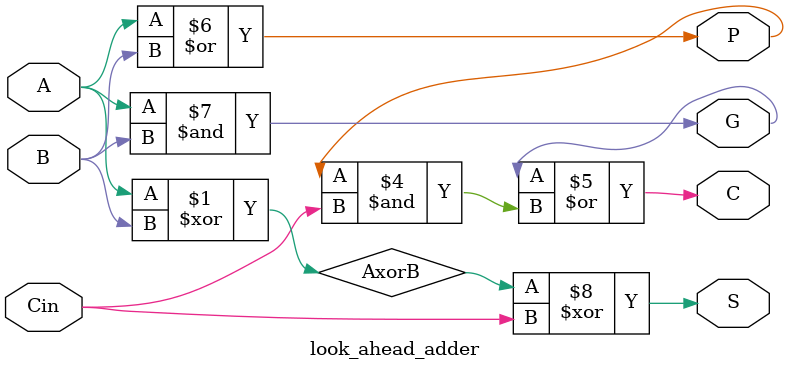
<source format=v>
`timescale 1ns / 1ps

module look_ahead_adder

// Input and output ports
(A,
B,
Cin,
C,
S,
P,
G);


// Define external wires
input wire [0:0]A;
input wire [0:0]B;
input wire [0:0]Cin;
output wire [0:0]C;
output wire [0:0]S;
output wire [0:0]P;
output wire [0:0]G;

// Define internal wires 
wire [0:0]AxorB;
wire [0:0]AxorBandCin;
wire [0:0]AandB;

// Logic gates
assign AxorB = A ^ B;
assign AandB = A & B;

assign AxorBandCin = Cin & AxorB;
assign C = G | (P & Cin);

assign P = A | B;
assign G = A & B;
assign S = AxorB ^ Cin;

endmodule

</source>
